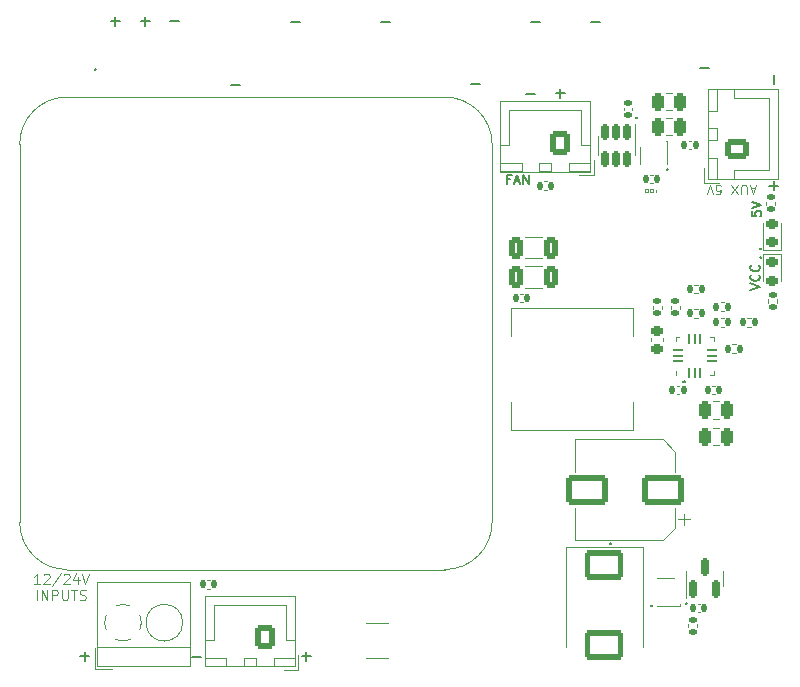
<source format=gbr>
%TF.GenerationSoftware,KiCad,Pcbnew,7.0.2*%
%TF.CreationDate,2023-08-03T10:05:33+01:00*%
%TF.ProjectId,ElectriPi,456c6563-7472-4695-9069-2e6b69636164,rev?*%
%TF.SameCoordinates,Original*%
%TF.FileFunction,Legend,Top*%
%TF.FilePolarity,Positive*%
%FSLAX46Y46*%
G04 Gerber Fmt 4.6, Leading zero omitted, Abs format (unit mm)*
G04 Created by KiCad (PCBNEW 7.0.2) date 2023-08-03 10:05:33*
%MOMM*%
%LPD*%
G01*
G04 APERTURE LIST*
G04 Aperture macros list*
%AMRoundRect*
0 Rectangle with rounded corners*
0 $1 Rounding radius*
0 $2 $3 $4 $5 $6 $7 $8 $9 X,Y pos of 4 corners*
0 Add a 4 corners polygon primitive as box body*
4,1,4,$2,$3,$4,$5,$6,$7,$8,$9,$2,$3,0*
0 Add four circle primitives for the rounded corners*
1,1,$1+$1,$2,$3*
1,1,$1+$1,$4,$5*
1,1,$1+$1,$6,$7*
1,1,$1+$1,$8,$9*
0 Add four rect primitives between the rounded corners*
20,1,$1+$1,$2,$3,$4,$5,0*
20,1,$1+$1,$4,$5,$6,$7,0*
20,1,$1+$1,$6,$7,$8,$9,0*
20,1,$1+$1,$8,$9,$2,$3,0*%
%AMFreePoly0*
4,1,15,1.100000,0.175000,0.750000,0.175000,0.750000,-0.175000,1.100000,-0.175000,1.100000,-0.475000,0.750000,-0.475000,-0.750000,-0.475000,-1.100000,-0.475000,-1.100000,-0.175000,-0.750000,-0.175000,-0.750000,0.175000,-1.100000,0.175000,-1.100000,0.475000,1.100000,0.475000,1.100000,0.175000,1.100000,0.175000,$1*%
%AMFreePoly1*
4,1,14,0.289644,0.110355,0.410355,-0.010356,0.425000,-0.045711,0.425000,-0.075000,0.410355,-0.110355,0.375000,-0.125000,-0.375000,-0.125000,-0.410355,-0.110355,-0.425000,-0.075000,-0.425000,0.075000,-0.410355,0.110355,-0.375000,0.125000,0.254289,0.125000,0.289644,0.110355,0.289644,0.110355,$1*%
%AMFreePoly2*
4,1,14,0.410355,0.110355,0.425000,0.075000,0.425000,0.045711,0.410355,0.010356,0.289644,-0.110355,0.254289,-0.125000,-0.375000,-0.125000,-0.410355,-0.110355,-0.425000,-0.075000,-0.425000,0.075000,-0.410355,0.110355,-0.375000,0.125000,0.375000,0.125000,0.410355,0.110355,0.410355,0.110355,$1*%
%AMFreePoly3*
4,1,14,0.110355,0.410355,0.125000,0.375000,0.125000,-0.375000,0.110355,-0.410355,0.075000,-0.425000,-0.075000,-0.425000,-0.110355,-0.410355,-0.125000,-0.375000,-0.125000,0.254289,-0.110355,0.289644,0.010356,0.410355,0.045711,0.425000,0.075000,0.425000,0.110355,0.410355,0.110355,0.410355,$1*%
%AMFreePoly4*
4,1,14,-0.010356,0.410355,0.110355,0.289644,0.125000,0.254289,0.125000,-0.375000,0.110355,-0.410355,0.075000,-0.425000,-0.075000,-0.425000,-0.110355,-0.410355,-0.125000,-0.375000,-0.125000,0.375000,-0.110355,0.410355,-0.075000,0.425000,-0.045711,0.425000,-0.010356,0.410355,-0.010356,0.410355,$1*%
%AMFreePoly5*
4,1,14,0.410355,0.110355,0.425000,0.075000,0.425000,-0.075000,0.410355,-0.110355,0.375000,-0.125000,-0.254289,-0.125000,-0.289644,-0.110355,-0.410355,0.010356,-0.425000,0.045711,-0.425000,0.075000,-0.410355,0.110355,-0.375000,0.125000,0.375000,0.125000,0.410355,0.110355,0.410355,0.110355,$1*%
%AMFreePoly6*
4,1,14,0.410355,0.110355,0.425000,0.075000,0.425000,-0.075000,0.410355,-0.110355,0.375000,-0.125000,-0.375000,-0.125000,-0.410355,-0.110355,-0.425000,-0.075000,-0.425000,-0.045711,-0.410355,-0.010356,-0.289644,0.110355,-0.254289,0.125000,0.375000,0.125000,0.410355,0.110355,0.410355,0.110355,$1*%
%AMFreePoly7*
4,1,14,0.110355,0.410355,0.125000,0.375000,0.125000,-0.254289,0.110355,-0.289644,-0.010356,-0.410355,-0.045711,-0.425000,-0.075000,-0.425000,-0.110355,-0.410355,-0.125000,-0.375000,-0.125000,0.375000,-0.110355,0.410355,-0.075000,0.425000,0.075000,0.425000,0.110355,0.410355,0.110355,0.410355,$1*%
%AMFreePoly8*
4,1,14,0.110355,0.410355,0.125000,0.375000,0.125000,-0.375000,0.110355,-0.410355,0.075000,-0.425000,0.045711,-0.425000,0.010356,-0.410355,-0.110355,-0.289644,-0.125000,-0.254289,-0.125000,0.375000,-0.110355,0.410355,-0.075000,0.425000,0.075000,0.425000,0.110355,0.410355,0.110355,0.410355,$1*%
G04 Aperture macros list end*
%ADD10C,0.150000*%
%ADD11C,0.153000*%
%ADD12C,0.125000*%
%ADD13C,0.120000*%
%ADD14C,0.100000*%
%ADD15RoundRect,0.250000X0.750000X-0.600000X0.750000X0.600000X-0.750000X0.600000X-0.750000X-0.600000X0*%
%ADD16O,2.000000X1.700000*%
%ADD17RoundRect,0.135000X-0.135000X-0.185000X0.135000X-0.185000X0.135000X0.185000X-0.135000X0.185000X0*%
%ADD18RoundRect,0.250000X-0.250000X-0.475000X0.250000X-0.475000X0.250000X0.475000X-0.250000X0.475000X0*%
%ADD19RoundRect,0.150000X0.150000X-0.587500X0.150000X0.587500X-0.150000X0.587500X-0.150000X-0.587500X0*%
%ADD20RoundRect,0.140000X-0.170000X0.140000X-0.170000X-0.140000X0.170000X-0.140000X0.170000X0.140000X0*%
%ADD21RoundRect,0.140000X0.140000X0.170000X-0.140000X0.170000X-0.140000X-0.170000X0.140000X-0.170000X0*%
%ADD22FreePoly0,270.000000*%
%ADD23R,0.300000X0.350000*%
%ADD24R,0.235000X0.870000*%
%ADD25RoundRect,0.135000X0.135000X0.185000X-0.135000X0.185000X-0.135000X-0.185000X0.135000X-0.185000X0*%
%ADD26C,4.700000*%
%ADD27RoundRect,0.140000X-0.140000X-0.170000X0.140000X-0.170000X0.140000X0.170000X-0.140000X0.170000X0*%
%ADD28RoundRect,0.050000X-0.100000X0.140000X-0.100000X-0.140000X0.100000X-0.140000X0.100000X0.140000X0*%
%ADD29RoundRect,0.250000X0.600000X0.750000X-0.600000X0.750000X-0.600000X-0.750000X0.600000X-0.750000X0*%
%ADD30O,1.700000X2.000000*%
%ADD31R,2.400000X2.400000*%
%ADD32C,2.400000*%
%ADD33RoundRect,0.225000X0.250000X-0.225000X0.250000X0.225000X-0.250000X0.225000X-0.250000X-0.225000X0*%
%ADD34RoundRect,0.250000X0.325000X0.650000X-0.325000X0.650000X-0.325000X-0.650000X0.325000X-0.650000X0*%
%ADD35FreePoly0,180.000000*%
%ADD36R,0.350000X0.300000*%
%ADD37R,0.870000X0.235000*%
%ADD38RoundRect,0.135000X0.185000X-0.135000X0.185000X0.135000X-0.185000X0.135000X-0.185000X-0.135000X0*%
%ADD39RoundRect,0.250000X-1.400000X-1.000000X1.400000X-1.000000X1.400000X1.000000X-1.400000X1.000000X0*%
%ADD40FreePoly1,90.000000*%
%ADD41RoundRect,0.062500X0.062500X-0.362500X0.062500X0.362500X-0.062500X0.362500X-0.062500X-0.362500X0*%
%ADD42FreePoly2,90.000000*%
%ADD43FreePoly3,90.000000*%
%ADD44RoundRect,0.062500X0.362500X-0.062500X0.362500X0.062500X-0.362500X0.062500X-0.362500X-0.062500X0*%
%ADD45FreePoly4,90.000000*%
%ADD46FreePoly5,90.000000*%
%ADD47FreePoly6,90.000000*%
%ADD48FreePoly7,90.000000*%
%ADD49FreePoly8,90.000000*%
%ADD50R,1.600000X1.600000*%
%ADD51RoundRect,0.150000X-0.150000X0.512500X-0.150000X-0.512500X0.150000X-0.512500X0.150000X0.512500X0*%
%ADD52R,4.240000X3.810000*%
%ADD53RoundRect,0.250000X1.500000X1.000000X-1.500000X1.000000X-1.500000X-1.000000X1.500000X-1.000000X0*%
%ADD54RoundRect,0.135000X-0.185000X0.135000X-0.185000X-0.135000X0.185000X-0.135000X0.185000X0.135000X0*%
%ADD55RoundRect,0.218750X-0.256250X0.218750X-0.256250X-0.218750X0.256250X-0.218750X0.256250X0.218750X0*%
%ADD56C,7.000000*%
%ADD57RoundRect,0.218750X0.256250X-0.218750X0.256250X0.218750X-0.256250X0.218750X-0.256250X-0.218750X0*%
%ADD58R,3.175000X4.950000*%
%ADD59R,1.700000X1.700000*%
%ADD60O,1.700000X1.700000*%
G04 APERTURE END LIST*
D10*
X149331666Y-59430951D02*
X149331666Y-58669047D01*
D11*
X108469048Y-54131666D02*
X109230953Y-54131666D01*
D10*
X148250000Y-73293904D02*
X148288095Y-73332000D01*
X148288095Y-73332000D02*
X148250000Y-73370095D01*
X148250000Y-73370095D02*
X148211904Y-73332000D01*
X148211904Y-73332000D02*
X148250000Y-73293904D01*
X148250000Y-73293904D02*
X148250000Y-73370095D01*
X140325000Y-66567380D02*
X140372619Y-66615000D01*
X140372619Y-66615000D02*
X140325000Y-66662619D01*
X140325000Y-66662619D02*
X140277381Y-66615000D01*
X140277381Y-66615000D02*
X140325000Y-66567380D01*
X140325000Y-66567380D02*
X140325000Y-66662619D01*
X148250000Y-74043904D02*
X148288095Y-74082000D01*
X148288095Y-74082000D02*
X148250000Y-74120095D01*
X148250000Y-74120095D02*
X148211904Y-74082000D01*
X148211904Y-74082000D02*
X148250000Y-74043904D01*
X148250000Y-74043904D02*
X148250000Y-74120095D01*
X130869048Y-60181666D02*
X131630953Y-60181666D01*
X131250000Y-60562619D02*
X131250000Y-59800714D01*
X91900000Y-58093904D02*
X91938095Y-58132000D01*
X91938095Y-58132000D02*
X91900000Y-58170095D01*
X91900000Y-58170095D02*
X91861904Y-58132000D01*
X91861904Y-58132000D02*
X91900000Y-58093904D01*
X91900000Y-58093904D02*
X91900000Y-58170095D01*
X147370095Y-76816666D02*
X148170095Y-76549999D01*
X148170095Y-76549999D02*
X147370095Y-76283333D01*
X148093904Y-75559523D02*
X148132000Y-75597619D01*
X148132000Y-75597619D02*
X148170095Y-75711904D01*
X148170095Y-75711904D02*
X148170095Y-75788095D01*
X148170095Y-75788095D02*
X148132000Y-75902381D01*
X148132000Y-75902381D02*
X148055809Y-75978571D01*
X148055809Y-75978571D02*
X147979619Y-76016666D01*
X147979619Y-76016666D02*
X147827238Y-76054762D01*
X147827238Y-76054762D02*
X147712952Y-76054762D01*
X147712952Y-76054762D02*
X147560571Y-76016666D01*
X147560571Y-76016666D02*
X147484380Y-75978571D01*
X147484380Y-75978571D02*
X147408190Y-75902381D01*
X147408190Y-75902381D02*
X147370095Y-75788095D01*
X147370095Y-75788095D02*
X147370095Y-75711904D01*
X147370095Y-75711904D02*
X147408190Y-75597619D01*
X147408190Y-75597619D02*
X147446285Y-75559523D01*
X148093904Y-74759523D02*
X148132000Y-74797619D01*
X148132000Y-74797619D02*
X148170095Y-74911904D01*
X148170095Y-74911904D02*
X148170095Y-74988095D01*
X148170095Y-74988095D02*
X148132000Y-75102381D01*
X148132000Y-75102381D02*
X148055809Y-75178571D01*
X148055809Y-75178571D02*
X147979619Y-75216666D01*
X147979619Y-75216666D02*
X147827238Y-75254762D01*
X147827238Y-75254762D02*
X147712952Y-75254762D01*
X147712952Y-75254762D02*
X147560571Y-75216666D01*
X147560571Y-75216666D02*
X147484380Y-75178571D01*
X147484380Y-75178571D02*
X147408190Y-75102381D01*
X147408190Y-75102381D02*
X147370095Y-74988095D01*
X147370095Y-74988095D02*
X147370095Y-74911904D01*
X147370095Y-74911904D02*
X147408190Y-74797619D01*
X147408190Y-74797619D02*
X147446285Y-74759523D01*
D11*
X103369048Y-59481666D02*
X104130953Y-59481666D01*
D10*
X128369048Y-60231666D02*
X129130953Y-60231666D01*
X147470095Y-70152380D02*
X147470095Y-70533332D01*
X147470095Y-70533332D02*
X147851047Y-70571428D01*
X147851047Y-70571428D02*
X147812952Y-70533332D01*
X147812952Y-70533332D02*
X147774857Y-70457142D01*
X147774857Y-70457142D02*
X147774857Y-70266666D01*
X147774857Y-70266666D02*
X147812952Y-70190475D01*
X147812952Y-70190475D02*
X147851047Y-70152380D01*
X147851047Y-70152380D02*
X147927238Y-70114285D01*
X147927238Y-70114285D02*
X148117714Y-70114285D01*
X148117714Y-70114285D02*
X148193904Y-70152380D01*
X148193904Y-70152380D02*
X148232000Y-70190475D01*
X148232000Y-70190475D02*
X148270095Y-70266666D01*
X148270095Y-70266666D02*
X148270095Y-70457142D01*
X148270095Y-70457142D02*
X148232000Y-70533332D01*
X148232000Y-70533332D02*
X148193904Y-70571428D01*
X147470095Y-69885713D02*
X148270095Y-69619046D01*
X148270095Y-69619046D02*
X147470095Y-69352380D01*
D12*
X147769047Y-68158476D02*
X147388094Y-68158476D01*
X147845237Y-67929904D02*
X147578570Y-68729904D01*
X147578570Y-68729904D02*
X147311904Y-67929904D01*
X147045237Y-68729904D02*
X147045237Y-68082285D01*
X147045237Y-68082285D02*
X147007142Y-68006095D01*
X147007142Y-68006095D02*
X146969047Y-67968000D01*
X146969047Y-67968000D02*
X146892856Y-67929904D01*
X146892856Y-67929904D02*
X146740475Y-67929904D01*
X146740475Y-67929904D02*
X146664285Y-67968000D01*
X146664285Y-67968000D02*
X146626190Y-68006095D01*
X146626190Y-68006095D02*
X146588094Y-68082285D01*
X146588094Y-68082285D02*
X146588094Y-68729904D01*
X146283333Y-68729904D02*
X145749999Y-67929904D01*
X145749999Y-68729904D02*
X146283333Y-67929904D01*
X144454761Y-68729904D02*
X144835713Y-68729904D01*
X144835713Y-68729904D02*
X144873809Y-68348952D01*
X144873809Y-68348952D02*
X144835713Y-68387047D01*
X144835713Y-68387047D02*
X144759523Y-68425142D01*
X144759523Y-68425142D02*
X144569047Y-68425142D01*
X144569047Y-68425142D02*
X144492856Y-68387047D01*
X144492856Y-68387047D02*
X144454761Y-68348952D01*
X144454761Y-68348952D02*
X144416666Y-68272761D01*
X144416666Y-68272761D02*
X144416666Y-68082285D01*
X144416666Y-68082285D02*
X144454761Y-68006095D01*
X144454761Y-68006095D02*
X144492856Y-67968000D01*
X144492856Y-67968000D02*
X144569047Y-67929904D01*
X144569047Y-67929904D02*
X144759523Y-67929904D01*
X144759523Y-67929904D02*
X144835713Y-67968000D01*
X144835713Y-67968000D02*
X144873809Y-68006095D01*
X144188094Y-68729904D02*
X143921427Y-67929904D01*
X143921427Y-67929904D02*
X143654761Y-68729904D01*
D10*
X149331666Y-68380951D02*
X149331666Y-67619047D01*
X149712619Y-67999999D02*
X148950714Y-67999999D01*
D11*
X95749048Y-54081666D02*
X96510953Y-54081666D01*
X96130000Y-54462619D02*
X96130000Y-53700714D01*
D10*
X135500000Y-98267380D02*
X135547619Y-98315000D01*
X135547619Y-98315000D02*
X135500000Y-98362619D01*
X135500000Y-98362619D02*
X135452381Y-98315000D01*
X135452381Y-98315000D02*
X135500000Y-98267380D01*
X135500000Y-98267380D02*
X135500000Y-98362619D01*
X139057619Y-103550000D02*
X139010000Y-103597619D01*
X139010000Y-103597619D02*
X138962380Y-103550000D01*
X138962380Y-103550000D02*
X139010000Y-103502381D01*
X139010000Y-103502381D02*
X139057619Y-103550000D01*
X139057619Y-103550000D02*
X138962380Y-103550000D01*
X127052381Y-67451047D02*
X126785715Y-67451047D01*
X126785715Y-67870095D02*
X126785715Y-67070095D01*
X126785715Y-67070095D02*
X127166667Y-67070095D01*
X127433333Y-67641523D02*
X127814286Y-67641523D01*
X127357143Y-67870095D02*
X127623810Y-67070095D01*
X127623810Y-67070095D02*
X127890476Y-67870095D01*
X128157143Y-67870095D02*
X128157143Y-67070095D01*
X128157143Y-67070095D02*
X128614286Y-67870095D01*
X128614286Y-67870095D02*
X128614286Y-67070095D01*
D11*
X93219048Y-54081666D02*
X93980953Y-54081666D01*
X93600000Y-54462619D02*
X93600000Y-53700714D01*
X98269048Y-54081666D02*
X99030953Y-54081666D01*
X116119048Y-54131666D02*
X116880953Y-54131666D01*
X143069048Y-58031666D02*
X143830953Y-58031666D01*
D10*
X109369048Y-107831666D02*
X110130953Y-107831666D01*
X109750000Y-108212619D02*
X109750000Y-107450714D01*
X90619048Y-107831666D02*
X91380953Y-107831666D01*
X91000000Y-108212619D02*
X91000000Y-107450714D01*
X137750000Y-62217380D02*
X137797619Y-62265000D01*
X137797619Y-62265000D02*
X137750000Y-62312619D01*
X137750000Y-62312619D02*
X137702381Y-62265000D01*
X137702381Y-62265000D02*
X137750000Y-62217380D01*
X137750000Y-62217380D02*
X137750000Y-62312619D01*
D11*
X133869048Y-54131666D02*
X134630953Y-54131666D01*
D10*
X141940000Y-103292380D02*
X141987619Y-103340000D01*
X141987619Y-103340000D02*
X141940000Y-103387619D01*
X141940000Y-103387619D02*
X141892381Y-103340000D01*
X141892381Y-103340000D02*
X141940000Y-103292380D01*
X141940000Y-103292380D02*
X141940000Y-103387619D01*
X141750000Y-84567380D02*
X141797619Y-84615000D01*
X141797619Y-84615000D02*
X141750000Y-84662619D01*
X141750000Y-84662619D02*
X141702381Y-84615000D01*
X141702381Y-84615000D02*
X141750000Y-84567380D01*
X141750000Y-84567380D02*
X141750000Y-84662619D01*
D11*
X123719048Y-59431666D02*
X124480953Y-59431666D01*
D10*
X100119048Y-107931666D02*
X100880953Y-107931666D01*
D12*
X87219048Y-101704727D02*
X86733333Y-101704727D01*
X86976190Y-101704727D02*
X86976190Y-100854727D01*
X86976190Y-100854727D02*
X86895238Y-100976155D01*
X86895238Y-100976155D02*
X86814286Y-101057108D01*
X86814286Y-101057108D02*
X86733333Y-101097584D01*
X87542857Y-100935679D02*
X87583333Y-100895203D01*
X87583333Y-100895203D02*
X87664286Y-100854727D01*
X87664286Y-100854727D02*
X87866667Y-100854727D01*
X87866667Y-100854727D02*
X87947619Y-100895203D01*
X87947619Y-100895203D02*
X87988095Y-100935679D01*
X87988095Y-100935679D02*
X88028572Y-101016631D01*
X88028572Y-101016631D02*
X88028572Y-101097584D01*
X88028572Y-101097584D02*
X87988095Y-101219012D01*
X87988095Y-101219012D02*
X87502381Y-101704727D01*
X87502381Y-101704727D02*
X88028572Y-101704727D01*
X89000000Y-100814251D02*
X88271429Y-101907108D01*
X89242857Y-100935679D02*
X89283333Y-100895203D01*
X89283333Y-100895203D02*
X89364286Y-100854727D01*
X89364286Y-100854727D02*
X89566667Y-100854727D01*
X89566667Y-100854727D02*
X89647619Y-100895203D01*
X89647619Y-100895203D02*
X89688095Y-100935679D01*
X89688095Y-100935679D02*
X89728572Y-101016631D01*
X89728572Y-101016631D02*
X89728572Y-101097584D01*
X89728572Y-101097584D02*
X89688095Y-101219012D01*
X89688095Y-101219012D02*
X89202381Y-101704727D01*
X89202381Y-101704727D02*
X89728572Y-101704727D01*
X90457143Y-101138060D02*
X90457143Y-101704727D01*
X90254762Y-100814251D02*
X90052381Y-101421393D01*
X90052381Y-101421393D02*
X90578572Y-101421393D01*
X90780953Y-100854727D02*
X91064286Y-101704727D01*
X91064286Y-101704727D02*
X91347620Y-100854727D01*
X86955952Y-103081727D02*
X86955952Y-102231727D01*
X87360714Y-103081727D02*
X87360714Y-102231727D01*
X87360714Y-102231727D02*
X87846429Y-103081727D01*
X87846429Y-103081727D02*
X87846429Y-102231727D01*
X88251190Y-103081727D02*
X88251190Y-102231727D01*
X88251190Y-102231727D02*
X88575000Y-102231727D01*
X88575000Y-102231727D02*
X88655952Y-102272203D01*
X88655952Y-102272203D02*
X88696429Y-102312679D01*
X88696429Y-102312679D02*
X88736905Y-102393631D01*
X88736905Y-102393631D02*
X88736905Y-102515060D01*
X88736905Y-102515060D02*
X88696429Y-102596012D01*
X88696429Y-102596012D02*
X88655952Y-102636489D01*
X88655952Y-102636489D02*
X88575000Y-102676965D01*
X88575000Y-102676965D02*
X88251190Y-102676965D01*
X89101190Y-102231727D02*
X89101190Y-102919822D01*
X89101190Y-102919822D02*
X89141667Y-103000774D01*
X89141667Y-103000774D02*
X89182143Y-103041251D01*
X89182143Y-103041251D02*
X89263095Y-103081727D01*
X89263095Y-103081727D02*
X89425000Y-103081727D01*
X89425000Y-103081727D02*
X89505952Y-103041251D01*
X89505952Y-103041251D02*
X89546429Y-103000774D01*
X89546429Y-103000774D02*
X89586905Y-102919822D01*
X89586905Y-102919822D02*
X89586905Y-102231727D01*
X89870238Y-102231727D02*
X90355952Y-102231727D01*
X90113095Y-103081727D02*
X90113095Y-102231727D01*
X90598809Y-103041251D02*
X90720238Y-103081727D01*
X90720238Y-103081727D02*
X90922619Y-103081727D01*
X90922619Y-103081727D02*
X91003571Y-103041251D01*
X91003571Y-103041251D02*
X91044047Y-103000774D01*
X91044047Y-103000774D02*
X91084524Y-102919822D01*
X91084524Y-102919822D02*
X91084524Y-102838870D01*
X91084524Y-102838870D02*
X91044047Y-102757917D01*
X91044047Y-102757917D02*
X91003571Y-102717441D01*
X91003571Y-102717441D02*
X90922619Y-102676965D01*
X90922619Y-102676965D02*
X90760714Y-102636489D01*
X90760714Y-102636489D02*
X90679762Y-102596012D01*
X90679762Y-102596012D02*
X90639285Y-102555536D01*
X90639285Y-102555536D02*
X90598809Y-102474584D01*
X90598809Y-102474584D02*
X90598809Y-102393631D01*
X90598809Y-102393631D02*
X90639285Y-102312679D01*
X90639285Y-102312679D02*
X90679762Y-102272203D01*
X90679762Y-102272203D02*
X90760714Y-102231727D01*
X90760714Y-102231727D02*
X90963095Y-102231727D01*
X90963095Y-102231727D02*
X91084524Y-102272203D01*
D11*
X128769048Y-54131666D02*
X129530953Y-54131666D01*
D13*
%TO.C,J8*%
X143450000Y-67750000D02*
X144700000Y-67750000D01*
X143740000Y-67460000D02*
X149710000Y-67460000D01*
X149710000Y-67460000D02*
X149710000Y-59840000D01*
X143750000Y-67450000D02*
X144500000Y-67450000D01*
X144500000Y-67450000D02*
X144500000Y-65650000D01*
X146000000Y-67450000D02*
X146000000Y-66700000D01*
X146000000Y-66700000D02*
X148950000Y-66700000D01*
X148950000Y-66700000D02*
X148950000Y-63650000D01*
X143450000Y-66500000D02*
X143450000Y-67750000D01*
X143750000Y-65650000D02*
X143750000Y-67450000D01*
X144500000Y-65650000D02*
X143750000Y-65650000D01*
X143750000Y-64150000D02*
X144500000Y-64150000D01*
X144500000Y-64150000D02*
X144500000Y-63150000D01*
X143750000Y-63150000D02*
X143750000Y-64150000D01*
X144500000Y-63150000D02*
X143750000Y-63150000D01*
X143750000Y-61650000D02*
X144500000Y-61650000D01*
X144500000Y-61650000D02*
X144500000Y-59850000D01*
X146000000Y-60600000D02*
X148950000Y-60600000D01*
X148950000Y-60600000D02*
X148950000Y-63650000D01*
X143750000Y-59850000D02*
X143750000Y-61650000D01*
X144500000Y-59850000D02*
X143750000Y-59850000D01*
X146000000Y-59850000D02*
X146000000Y-60600000D01*
X143740000Y-59840000D02*
X143740000Y-67460000D01*
X149710000Y-59840000D02*
X143740000Y-59840000D01*
%TO.C,R11*%
X144846359Y-77870000D02*
X145153641Y-77870000D01*
X144846359Y-78630000D02*
X145153641Y-78630000D01*
%TO.C,C12*%
X140238748Y-60165000D02*
X140761252Y-60165000D01*
X140238748Y-61635000D02*
X140761252Y-61635000D01*
%TO.C,D4*%
X141940000Y-101250000D02*
X141940000Y-102925000D01*
X141940000Y-101250000D02*
X141940000Y-100600000D01*
X145060000Y-101250000D02*
X145060000Y-101900000D01*
X145060000Y-101250000D02*
X145060000Y-100600000D01*
%TO.C,C9*%
X137360000Y-61392164D02*
X137360000Y-61607836D01*
X136640000Y-61392164D02*
X136640000Y-61607836D01*
%TO.C,C8*%
X141357836Y-85660000D02*
X141142164Y-85660000D01*
X141357836Y-84940000D02*
X141142164Y-84940000D01*
%TO.C,Q2*%
X140325000Y-64250000D02*
X140225000Y-64250000D01*
X140325000Y-64250000D02*
X140325000Y-66200000D01*
X138025000Y-66200000D02*
X138025000Y-64700000D01*
%TO.C,R13*%
X142903641Y-77130000D02*
X142596359Y-77130000D01*
X142903641Y-76370000D02*
X142596359Y-76370000D01*
%TO.C,C14*%
X129892164Y-67640000D02*
X130107836Y-67640000D01*
X129892164Y-68360000D02*
X130107836Y-68360000D01*
%TO.C,D6*%
X139410000Y-68350000D02*
X139410000Y-68550000D01*
%TO.C,J2*%
X109100000Y-109000000D02*
X109100000Y-107750000D01*
X108810000Y-108710000D02*
X108810000Y-102740000D01*
X108810000Y-102740000D02*
X101190000Y-102740000D01*
X108800000Y-108700000D02*
X108800000Y-107950000D01*
X108800000Y-107950000D02*
X107000000Y-107950000D01*
X108800000Y-106450000D02*
X108050000Y-106450000D01*
X108050000Y-106450000D02*
X108050000Y-103500000D01*
X108050000Y-103500000D02*
X105000000Y-103500000D01*
X107850000Y-109000000D02*
X109100000Y-109000000D01*
X107000000Y-108700000D02*
X108800000Y-108700000D01*
X107000000Y-107950000D02*
X107000000Y-108700000D01*
X105500000Y-108700000D02*
X105500000Y-107950000D01*
X105500000Y-107950000D02*
X104500000Y-107950000D01*
X104500000Y-108700000D02*
X105500000Y-108700000D01*
X104500000Y-107950000D02*
X104500000Y-108700000D01*
X103000000Y-108700000D02*
X103000000Y-107950000D01*
X103000000Y-107950000D02*
X101200000Y-107950000D01*
X101950000Y-106450000D02*
X101950000Y-103500000D01*
X101950000Y-103500000D02*
X105000000Y-103500000D01*
X101200000Y-108700000D02*
X103000000Y-108700000D01*
X101200000Y-107950000D02*
X101200000Y-108700000D01*
X101200000Y-106450000D02*
X101950000Y-106450000D01*
X101190000Y-108710000D02*
X108810000Y-108710000D01*
X101190000Y-102740000D02*
X101190000Y-108710000D01*
%TO.C,J1*%
X91850000Y-107160000D02*
X91850000Y-108900000D01*
X91850000Y-108900000D02*
X93350000Y-108900000D01*
X92090000Y-101540000D02*
X92090000Y-108660000D01*
X92090000Y-101540000D02*
X99910000Y-101540000D01*
X92090000Y-107100000D02*
X99910000Y-107100000D01*
X92090000Y-108660000D02*
X99910000Y-108660000D01*
X99910000Y-101540000D02*
X99910000Y-108660000D01*
X92818000Y-104392000D02*
G75*
G03*
X92817891Y-105607742I1432000J-608000D01*
G01*
X94858000Y-103568000D02*
G75*
G03*
X93642258Y-103567891I-608000J-1432000D01*
G01*
X93642000Y-106431999D02*
G75*
G03*
X94277011Y-106555492I607998J1431987D01*
G01*
X94250000Y-106554999D02*
G75*
G03*
X94857587Y-106431384I0J1554999D01*
G01*
X95682000Y-105608000D02*
G75*
G03*
X95682109Y-104392258I-1432003J607999D01*
G01*
X99305000Y-105000000D02*
G75*
G03*
X99305000Y-105000000I-1555000J0D01*
G01*
%TO.C,C3*%
X138990000Y-81190580D02*
X138990000Y-80909420D01*
X140010000Y-81190580D02*
X140010000Y-80909420D01*
%TO.C,R14*%
X142596359Y-78420000D02*
X142903641Y-78420000D01*
X142596359Y-79180000D02*
X142903641Y-79180000D01*
%TO.C,C15*%
X142377836Y-64910000D02*
X142162164Y-64910000D01*
X142377836Y-64190000D02*
X142162164Y-64190000D01*
%TO.C,C5*%
X129711252Y-74160000D02*
X128288748Y-74160000D01*
X129711252Y-72340000D02*
X128288748Y-72340000D01*
%TO.C,Q1*%
X141375000Y-103550000D02*
X141375000Y-103450000D01*
X141375000Y-103550000D02*
X139425000Y-103550000D01*
X139425000Y-101250000D02*
X140925000Y-101250000D01*
%TO.C,R3*%
X142120000Y-105403641D02*
X142120000Y-105096359D01*
X142880000Y-105403641D02*
X142880000Y-105096359D01*
%TO.C,D1*%
X138250000Y-98590000D02*
X138250000Y-107100000D01*
X131750000Y-98590000D02*
X138250000Y-98590000D01*
X131750000Y-98590000D02*
X131750000Y-107100000D01*
%TO.C,R1*%
X147096359Y-79170000D02*
X147403641Y-79170000D01*
X147096359Y-79930000D02*
X147403641Y-79930000D01*
%TO.C,C11*%
X140238748Y-62265000D02*
X140761252Y-62265000D01*
X140238748Y-63735000D02*
X140761252Y-63735000D01*
%TO.C,C6*%
X144122164Y-84940000D02*
X144337836Y-84940000D01*
X144122164Y-85660000D02*
X144337836Y-85660000D01*
%TO.C,R5*%
X140620000Y-78453641D02*
X140620000Y-78146359D01*
X141380000Y-78453641D02*
X141380000Y-78146359D01*
%TO.C,IC2*%
X144260000Y-84010000D02*
X143935000Y-84010000D01*
X141040000Y-83685000D02*
X141040000Y-84010000D01*
X144260000Y-83685000D02*
X144260000Y-84010000D01*
X141040000Y-81115000D02*
X141040000Y-80790000D01*
X144260000Y-81115000D02*
X144260000Y-80790000D01*
X141040000Y-80790000D02*
X141365000Y-80790000D01*
X144260000Y-80790000D02*
X143935000Y-80790000D01*
%TO.C,R12*%
X146153641Y-82180000D02*
X145846359Y-82180000D01*
X146153641Y-81420000D02*
X145846359Y-81420000D01*
%TO.C,C4*%
X129711252Y-76660000D02*
X128288748Y-76660000D01*
X129711252Y-74840000D02*
X128288748Y-74840000D01*
%TO.C,U1*%
X137560000Y-64600000D02*
X137560000Y-62800000D01*
X137560000Y-64600000D02*
X137560000Y-65400000D01*
X134440000Y-64600000D02*
X134440000Y-63800000D01*
X134440000Y-64600000D02*
X134440000Y-65400000D01*
%TO.C,R6*%
X148720000Y-69653641D02*
X148720000Y-69346359D01*
X149480000Y-69653641D02*
X149480000Y-69346359D01*
%TO.C,F1*%
X114850000Y-105045000D02*
X116650000Y-105045000D01*
X114850000Y-107955000D02*
X116650000Y-107955000D01*
%TO.C,C18*%
X142250000Y-96260000D02*
X141250000Y-96260000D01*
X141750000Y-96760000D02*
X141750000Y-95760000D01*
X141010000Y-96945563D02*
X141010000Y-95260000D01*
X141010000Y-96945563D02*
X139945563Y-98010000D01*
X141010000Y-90554437D02*
X141010000Y-92240000D01*
X141010000Y-90554437D02*
X139945563Y-89490000D01*
X139945563Y-98010000D02*
X132490000Y-98010000D01*
X139945563Y-89490000D02*
X132490000Y-89490000D01*
X132490000Y-98010000D02*
X132490000Y-95260000D01*
X132490000Y-89490000D02*
X132490000Y-92240000D01*
%TO.C,J3*%
X134100000Y-67100000D02*
X134100000Y-65850000D01*
X133810000Y-66810000D02*
X133810000Y-60840000D01*
X133810000Y-60840000D02*
X126190000Y-60840000D01*
X133800000Y-66800000D02*
X133800000Y-66050000D01*
X133800000Y-66050000D02*
X132000000Y-66050000D01*
X133800000Y-64550000D02*
X133050000Y-64550000D01*
X133050000Y-64550000D02*
X133050000Y-61600000D01*
X133050000Y-61600000D02*
X130000000Y-61600000D01*
X132850000Y-67100000D02*
X134100000Y-67100000D01*
X132000000Y-66800000D02*
X133800000Y-66800000D01*
X132000000Y-66050000D02*
X132000000Y-66800000D01*
X130500000Y-66800000D02*
X130500000Y-66050000D01*
X130500000Y-66050000D02*
X129500000Y-66050000D01*
X129500000Y-66800000D02*
X130500000Y-66800000D01*
X129500000Y-66050000D02*
X129500000Y-66800000D01*
X128000000Y-66800000D02*
X128000000Y-66050000D01*
X128000000Y-66050000D02*
X126200000Y-66050000D01*
X126950000Y-64550000D02*
X126950000Y-61600000D01*
X126950000Y-61600000D02*
X130000000Y-61600000D01*
X126200000Y-66800000D02*
X128000000Y-66800000D01*
X126200000Y-66050000D02*
X126200000Y-66800000D01*
X126200000Y-64550000D02*
X126950000Y-64550000D01*
X126190000Y-66810000D02*
X133810000Y-66810000D01*
X126190000Y-60840000D02*
X126190000Y-66810000D01*
%TO.C,C1*%
X144188748Y-86265000D02*
X144711252Y-86265000D01*
X144188748Y-87735000D02*
X144711252Y-87735000D01*
%TO.C,C7*%
X128107836Y-77860000D02*
X127892164Y-77860000D01*
X128107836Y-77140000D02*
X127892164Y-77140000D01*
%TO.C,R4*%
X139880000Y-78146359D02*
X139880000Y-78453641D01*
X139120000Y-78146359D02*
X139120000Y-78453641D01*
%TO.C,C2*%
X144188748Y-88515000D02*
X144711252Y-88515000D01*
X144188748Y-89985000D02*
X144711252Y-89985000D01*
%TO.C,D5*%
X149935000Y-73765000D02*
X148465000Y-73765000D01*
X148465000Y-73765000D02*
X148465000Y-76050000D01*
X149935000Y-76050000D02*
X149935000Y-73765000D01*
D14*
%TO.C,U2*%
X85500000Y-96500000D02*
X85500000Y-64500000D01*
X89500000Y-60500000D02*
X121500000Y-60500000D01*
X121500000Y-100500000D02*
X89500000Y-100500000D01*
X125500000Y-64500000D02*
X125500000Y-96500000D01*
X89500000Y-60500000D02*
G75*
G03*
X85500000Y-64500000I0J-4000000D01*
G01*
X85500000Y-96500000D02*
G75*
G03*
X89500000Y-100500000I4000000J0D01*
G01*
X125500000Y-64500000D02*
G75*
G03*
X121500000Y-60500000I-4000000J0D01*
G01*
X121500000Y-100500000D02*
G75*
G03*
X125500000Y-96500000I0J4000000D01*
G01*
D13*
%TO.C,C10*%
X138872164Y-67090000D02*
X139087836Y-67090000D01*
X138872164Y-67810000D02*
X139087836Y-67810000D01*
%TO.C,D3*%
X148465000Y-73485000D02*
X149935000Y-73485000D01*
X149935000Y-73485000D02*
X149935000Y-71200000D01*
X148465000Y-71200000D02*
X148465000Y-73485000D01*
%TO.C,L1*%
X137430000Y-88680000D02*
X127070000Y-88680000D01*
X137430000Y-86275000D02*
X137430000Y-88680000D01*
X137430000Y-80725000D02*
X137430000Y-78320000D01*
X137430000Y-78320000D02*
X127070000Y-78320000D01*
X127070000Y-88680000D02*
X127070000Y-86275000D01*
X127070000Y-78320000D02*
X127070000Y-80725000D01*
%TO.C,R8*%
X149630000Y-77596359D02*
X149630000Y-77903641D01*
X148870000Y-77596359D02*
X148870000Y-77903641D01*
%TO.C,C17*%
X142892164Y-103390000D02*
X143107836Y-103390000D01*
X142892164Y-104110000D02*
X143107836Y-104110000D01*
%TO.C,C13*%
X101392164Y-101390000D02*
X101607836Y-101390000D01*
X101392164Y-102110000D02*
X101607836Y-102110000D01*
%TO.C,R7*%
X145153641Y-79930000D02*
X144846359Y-79930000D01*
X145153641Y-79170000D02*
X144846359Y-79170000D01*
%TD*%
%LPC*%
D15*
%TO.C,J8*%
X146200000Y-64900000D03*
D16*
X146200000Y-62400000D03*
%TD*%
D17*
%TO.C,R11*%
X144490000Y-78250000D03*
X145510000Y-78250000D03*
%TD*%
D18*
%TO.C,C12*%
X139550000Y-60900000D03*
X141450000Y-60900000D03*
%TD*%
D19*
%TO.C,D4*%
X142550000Y-102187500D03*
X144450000Y-102187500D03*
X143500000Y-100312500D03*
%TD*%
D20*
%TO.C,C9*%
X137000000Y-61020000D03*
X137000000Y-61980000D03*
%TD*%
D21*
%TO.C,C8*%
X141730000Y-85300000D03*
X140770000Y-85300000D03*
%TD*%
D22*
%TO.C,Q2*%
X139500000Y-65450000D03*
D23*
X138525000Y-64525000D03*
D24*
X138525000Y-65490000D03*
D23*
X138525000Y-66375000D03*
%TD*%
D25*
%TO.C,R13*%
X143260000Y-76750000D03*
X142240000Y-76750000D03*
%TD*%
D26*
%TO.C,H2*%
X88750000Y-56750000D03*
%TD*%
D27*
%TO.C,C14*%
X129520000Y-68000000D03*
X130480000Y-68000000D03*
%TD*%
D28*
%TO.C,D6*%
X139050000Y-68450000D03*
X138650000Y-68450000D03*
%TD*%
D29*
%TO.C,J2*%
X106250000Y-106250000D03*
D30*
X103750000Y-106250000D03*
%TD*%
D31*
%TO.C,J1*%
X94250000Y-105000000D03*
D32*
X97750000Y-105000000D03*
%TD*%
D33*
%TO.C,C3*%
X139500000Y-81825000D03*
X139500000Y-80275000D03*
%TD*%
D17*
%TO.C,R14*%
X142240000Y-78800000D03*
X143260000Y-78800000D03*
%TD*%
D21*
%TO.C,C15*%
X142750000Y-64550000D03*
X141790000Y-64550000D03*
%TD*%
D34*
%TO.C,C5*%
X130475000Y-73250000D03*
X127525000Y-73250000D03*
%TD*%
D35*
%TO.C,Q1*%
X140175000Y-102725000D03*
D36*
X141100000Y-101750000D03*
D37*
X140135000Y-101750000D03*
D36*
X139250000Y-101750000D03*
%TD*%
D38*
%TO.C,R3*%
X142500000Y-105760000D03*
X142500000Y-104740000D03*
%TD*%
D39*
%TO.C,D1*%
X135000000Y-100100000D03*
X135000000Y-106900000D03*
%TD*%
D17*
%TO.C,R1*%
X146740000Y-79550000D03*
X147760000Y-79550000D03*
%TD*%
D18*
%TO.C,C11*%
X139550000Y-63000000D03*
X141450000Y-63000000D03*
%TD*%
D27*
%TO.C,C6*%
X143750000Y-85300000D03*
X144710000Y-85300000D03*
%TD*%
D38*
%TO.C,R5*%
X141000000Y-78810000D03*
X141000000Y-77790000D03*
%TD*%
D40*
%TO.C,IC2*%
X141750000Y-83850000D03*
D41*
X142200000Y-83850000D03*
X142650000Y-83850000D03*
X143100000Y-83850000D03*
D42*
X143550000Y-83850000D03*
D43*
X144100000Y-83300000D03*
D44*
X144100000Y-82850000D03*
X144100000Y-82400000D03*
X144100000Y-81950000D03*
D45*
X144100000Y-81500000D03*
D46*
X143550000Y-80950000D03*
D41*
X143100000Y-80950000D03*
X142650000Y-80950000D03*
X142200000Y-80950000D03*
D47*
X141750000Y-80950000D03*
D48*
X141200000Y-81500000D03*
D44*
X141200000Y-81950000D03*
X141200000Y-82400000D03*
X141200000Y-82850000D03*
D49*
X141200000Y-83300000D03*
D50*
X142650000Y-82400000D03*
%TD*%
D25*
%TO.C,R12*%
X146510000Y-81800000D03*
X145490000Y-81800000D03*
%TD*%
D34*
%TO.C,C4*%
X130475000Y-75750000D03*
X127525000Y-75750000D03*
%TD*%
D51*
%TO.C,U1*%
X136950000Y-63462500D03*
X136000000Y-63462500D03*
X135050000Y-63462500D03*
X135050000Y-65737500D03*
X136000000Y-65737500D03*
X136950000Y-65737500D03*
%TD*%
D38*
%TO.C,R6*%
X149100000Y-70010000D03*
X149100000Y-68990000D03*
%TD*%
D52*
%TO.C,F1*%
X112565000Y-106500000D03*
X118935000Y-106500000D03*
%TD*%
D53*
%TO.C,C18*%
X140000000Y-93750000D03*
X133500000Y-93750000D03*
%TD*%
D29*
%TO.C,J3*%
X131250000Y-64350000D03*
D30*
X128750000Y-64350000D03*
%TD*%
D18*
%TO.C,C1*%
X143500000Y-87000000D03*
X145400000Y-87000000D03*
%TD*%
D26*
%TO.C,H3*%
X146750000Y-56750000D03*
%TD*%
D21*
%TO.C,C7*%
X128480000Y-77500000D03*
X127520000Y-77500000D03*
%TD*%
D54*
%TO.C,R4*%
X139500000Y-77790000D03*
X139500000Y-78810000D03*
%TD*%
D18*
%TO.C,C2*%
X143500000Y-89250000D03*
X145400000Y-89250000D03*
%TD*%
D55*
%TO.C,D5*%
X149200000Y-74462500D03*
X149200000Y-76037500D03*
%TD*%
D56*
%TO.C,U2*%
X89500000Y-64500000D03*
X121500000Y-64500000D03*
X89500000Y-96500000D03*
X121500000Y-96500000D03*
%TD*%
D27*
%TO.C,C10*%
X138500000Y-67450000D03*
X139460000Y-67450000D03*
%TD*%
D57*
%TO.C,D3*%
X149200000Y-72787500D03*
X149200000Y-71212500D03*
%TD*%
D58*
%TO.C,L1*%
X136757500Y-83500000D03*
X127742500Y-83500000D03*
%TD*%
D54*
%TO.C,R8*%
X149250000Y-77240000D03*
X149250000Y-78260000D03*
%TD*%
D26*
%TO.C,H1*%
X146750000Y-105750000D03*
%TD*%
%TO.C,H4*%
X88750000Y-105750000D03*
%TD*%
D27*
%TO.C,C17*%
X142520000Y-103750000D03*
X143480000Y-103750000D03*
%TD*%
%TO.C,C13*%
X101020000Y-101750000D03*
X101980000Y-101750000D03*
%TD*%
D25*
%TO.C,R7*%
X145510000Y-79550000D03*
X144490000Y-79550000D03*
%TD*%
D59*
%TO.C,J6*%
X93620000Y-58020000D03*
D60*
X93620000Y-55480000D03*
X96160000Y-58020000D03*
X96160000Y-55480000D03*
X98700000Y-58020000D03*
X98700000Y-55480000D03*
X101240000Y-58020000D03*
X101240000Y-55480000D03*
X103780000Y-58020000D03*
X103780000Y-55480000D03*
X106320000Y-58020000D03*
X106320000Y-55480000D03*
X108860000Y-58020000D03*
X108860000Y-55480000D03*
X111400000Y-58020000D03*
X111400000Y-55480000D03*
X113940000Y-58020000D03*
X113940000Y-55480000D03*
X116480000Y-58020000D03*
X116480000Y-55480000D03*
X119020000Y-58020000D03*
X119020000Y-55480000D03*
X121560000Y-58020000D03*
X121560000Y-55480000D03*
X124100000Y-58020000D03*
X124100000Y-55480000D03*
X126640000Y-58020000D03*
X126640000Y-55480000D03*
X129180000Y-58020000D03*
X129180000Y-55480000D03*
X131720000Y-58020000D03*
X131720000Y-55480000D03*
X134260000Y-58020000D03*
X134260000Y-55480000D03*
X136800000Y-58020000D03*
X136800000Y-55480000D03*
X139340000Y-58020000D03*
X139340000Y-55480000D03*
X141880000Y-58020000D03*
X141880000Y-55480000D03*
%TD*%
%LPD*%
M02*

</source>
